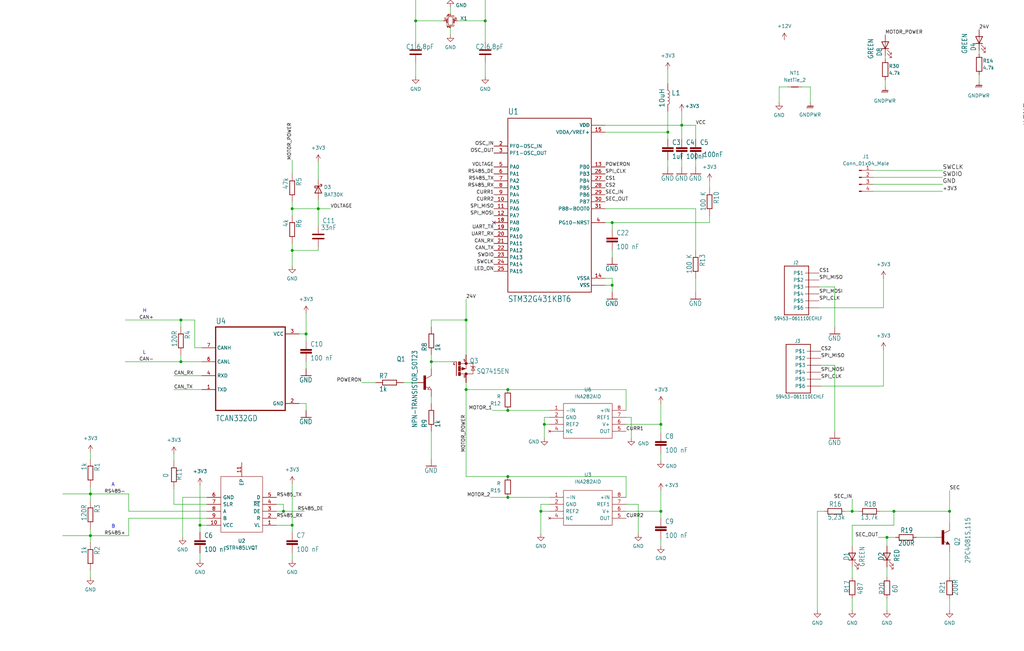
<source format=kicad_sch>
(kicad_sch (version 20210621) (generator eeschema)
  (paper "User" 373.913 237.744)
  (junction (at 33.02 180.34))
  (junction (at 33.02 195.58))
  (junction (at 66.04 116.84))
  (junction (at 66.04 132.08))
  (junction (at 73.025 191.77))
  (junction (at 103.505 186.69))
  (junction (at 106.68 76.2))
  (junction (at 106.68 91.44))
  (junction (at 106.68 191.77))
  (junction (at 111.76 121.92))
  (junction (at 116.205 76.2))
  (junction (at 151.765 7.62))
  (junction (at 157.48 132.08))
  (junction (at 158.75 254.635))
  (junction (at 170.18 116.84))
  (junction (at 170.18 142.24))
  (junction (at 170.18 254.635))
  (junction (at 170.18 262.255))
  (junction (at 177.165 7.62))
  (junction (at 181.61 254.635))
  (junction (at 185.42 142.24))
  (junction (at 185.42 149.86))
  (junction (at 185.42 173.99))
  (junction (at 185.42 181.61))
  (junction (at 189.23 254.635))
  (junction (at 197.485 186.69))
  (junction (at 198.755 154.94))
  (junction (at 220.98 254.635))
  (junction (at 220.98 259.715))
  (junction (at 223.52 81.28))
  (junction (at 223.52 104.14))
  (junction (at 229.87 254.635))
  (junction (at 241.3 154.94))
  (junction (at 241.3 186.69))
  (junction (at 243.84 48.26))
  (junction (at 248.92 45.72))
  (junction (at 311.15 186.69))
  (junction (at 323.85 196.215))
  (junction (at 326.39 186.69))
  (junction (at 346.71 186.69))
  (no_connect (at 180.34 81.28))
  (wire (pts (xy 33.02 167.64) (xy 33.02 165.1)))
  (wire (pts (xy 33.02 180.34) (xy 22.86 180.34)))
  (wire (pts (xy 33.02 180.34) (xy 33.02 177.8)))
  (wire (pts (xy 33.02 180.34) (xy 46.99 180.34)))
  (wire (pts (xy 33.02 182.88) (xy 33.02 180.34)))
  (wire (pts (xy 33.02 195.58) (xy 22.86 195.58)))
  (wire (pts (xy 33.02 195.58) (xy 33.02 193.04)))
  (wire (pts (xy 33.02 195.58) (xy 46.99 195.58)))
  (wire (pts (xy 33.02 198.12) (xy 33.02 195.58)))
  (wire (pts (xy 33.02 210.82) (xy 33.02 208.28)))
  (wire (pts (xy 46.99 186.69) (xy 46.99 180.34)))
  (wire (pts (xy 46.99 186.69) (xy 75.565 186.69)))
  (wire (pts (xy 46.99 189.23) (xy 46.99 195.58)))
  (wire (pts (xy 46.99 189.23) (xy 75.565 189.23)))
  (wire (pts (xy 63.5 165.735) (xy 63.5 168.275)))
  (wire (pts (xy 63.5 178.435) (xy 63.5 184.15)))
  (wire (pts (xy 66.04 116.84) (xy 45.72 116.84)))
  (wire (pts (xy 66.04 116.84) (xy 71.12 116.84)))
  (wire (pts (xy 66.04 119.38) (xy 66.04 116.84)))
  (wire (pts (xy 66.04 129.54) (xy 66.04 132.08)))
  (wire (pts (xy 66.04 132.08) (xy 45.72 132.08)))
  (wire (pts (xy 66.675 181.61) (xy 66.675 196.215)))
  (wire (pts (xy 71.12 127) (xy 71.12 116.84)))
  (wire (pts (xy 73.025 191.77) (xy 73.025 177.165)))
  (wire (pts (xy 73.025 191.77) (xy 75.565 191.77)))
  (wire (pts (xy 73.025 194.31) (xy 73.025 191.77)))
  (wire (pts (xy 73.025 204.47) (xy 73.025 201.93)))
  (wire (pts (xy 73.66 127) (xy 71.12 127)))
  (wire (pts (xy 73.66 132.08) (xy 66.04 132.08)))
  (wire (pts (xy 73.66 137.16) (xy 63.5 137.16)))
  (wire (pts (xy 73.66 142.24) (xy 63.5 142.24)))
  (wire (pts (xy 75.565 181.61) (xy 66.675 181.61)))
  (wire (pts (xy 75.565 184.15) (xy 63.5 184.15)))
  (wire (pts (xy 100.965 184.15) (xy 103.505 184.15)))
  (wire (pts (xy 100.965 191.77) (xy 106.68 191.77)))
  (wire (pts (xy 103.505 184.15) (xy 103.505 186.69)))
  (wire (pts (xy 103.505 186.69) (xy 100.965 186.69)))
  (wire (pts (xy 103.505 186.69) (xy 111.125 186.69)))
  (wire (pts (xy 106.68 63.5) (xy 106.68 58.42)))
  (wire (pts (xy 106.68 73.66) (xy 106.68 76.2)))
  (wire (pts (xy 106.68 76.2) (xy 106.68 78.74)))
  (wire (pts (xy 106.68 76.2) (xy 116.205 76.2)))
  (wire (pts (xy 106.68 91.44) (xy 106.68 88.9)))
  (wire (pts (xy 106.68 91.44) (xy 116.205 91.44)))
  (wire (pts (xy 106.68 97.155) (xy 106.68 91.44)))
  (wire (pts (xy 106.68 176.53) (xy 106.68 191.77)))
  (wire (pts (xy 106.68 194.31) (xy 106.68 191.77)))
  (wire (pts (xy 106.68 204.47) (xy 106.68 201.93)))
  (wire (pts (xy 109.22 121.92) (xy 111.76 121.92)))
  (wire (pts (xy 109.22 147.32) (xy 111.76 147.32)))
  (wire (pts (xy 111.76 121.92) (xy 111.76 114.3)))
  (wire (pts (xy 111.76 124.46) (xy 111.76 121.92)))
  (wire (pts (xy 111.76 134.62) (xy 111.76 132.08)))
  (wire (pts (xy 111.76 147.32) (xy 111.76 149.86)))
  (wire (pts (xy 116.205 59.055) (xy 116.205 65.405)))
  (wire (pts (xy 116.205 73.025) (xy 116.205 76.2)))
  (wire (pts (xy 116.205 76.2) (xy 116.205 82.55)))
  (wire (pts (xy 116.205 76.2) (xy 120.65 76.2)))
  (wire (pts (xy 116.205 90.17) (xy 116.205 91.44)))
  (wire (pts (xy 137.16 139.7) (xy 132.08 139.7)))
  (wire (pts (xy 151.765 -7.62) (xy 151.765 7.62)))
  (wire (pts (xy 151.765 7.62) (xy 151.765 15.24)))
  (wire (pts (xy 151.765 7.62) (xy 161.925 7.62)))
  (wire (pts (xy 151.765 22.86) (xy 151.765 27.94)))
  (wire (pts (xy 151.765 254.635) (xy 158.75 254.635)))
  (wire (pts (xy 152.4 139.7) (xy 147.32 139.7)))
  (wire (pts (xy 157.48 116.84) (xy 170.18 116.84)))
  (wire (pts (xy 157.48 119.38) (xy 157.48 116.84)))
  (wire (pts (xy 157.48 129.54) (xy 157.48 132.08)))
  (wire (pts (xy 157.48 132.08) (xy 157.48 134.62)))
  (wire (pts (xy 157.48 132.08) (xy 165.1 132.08)))
  (wire (pts (xy 157.48 144.78) (xy 157.48 147.32)))
  (wire (pts (xy 157.48 157.48) (xy 157.48 167.64)))
  (wire (pts (xy 158.75 254.635) (xy 158.75 259.715)))
  (wire (pts (xy 158.75 254.635) (xy 170.18 254.635)))
  (wire (pts (xy 158.75 264.795) (xy 158.75 269.875)))
  (wire (pts (xy 164.465 2.54) (xy 164.465 5.08)))
  (wire (pts (xy 164.465 10.16) (xy 164.465 12.7)))
  (wire (pts (xy 167.005 7.62) (xy 177.165 7.62)))
  (wire (pts (xy 170.18 116.84) (xy 170.18 109.22)))
  (wire (pts (xy 170.18 129.54) (xy 170.18 116.84)))
  (wire (pts (xy 170.18 139.7) (xy 170.18 142.24)))
  (wire (pts (xy 170.18 142.24) (xy 170.18 173.99)))
  (wire (pts (xy 170.18 142.24) (xy 185.42 142.24)))
  (wire (pts (xy 170.18 173.99) (xy 185.42 173.99)))
  (wire (pts (xy 170.18 254.635) (xy 170.18 255.905)))
  (wire (pts (xy 170.18 254.635) (xy 172.085 254.635)))
  (wire (pts (xy 170.18 260.985) (xy 170.18 262.255)))
  (wire (pts (xy 170.18 262.255) (xy 170.18 263.525)))
  (wire (pts (xy 170.18 262.255) (xy 189.865 262.255)))
  (wire (pts (xy 170.18 268.605) (xy 170.18 278.13)))
  (wire (pts (xy 177.165 -7.62) (xy 177.165 7.62)))
  (wire (pts (xy 177.165 7.62) (xy 177.165 15.24)))
  (wire (pts (xy 177.165 22.86) (xy 177.165 27.94)))
  (wire (pts (xy 179.07 181.61) (xy 185.42 181.61)))
  (wire (pts (xy 179.705 149.86) (xy 185.42 149.86)))
  (wire (pts (xy 179.705 254.635) (xy 181.61 254.635)))
  (wire (pts (xy 181.61 254.635) (xy 181.61 267.335)))
  (wire (pts (xy 181.61 274.955) (xy 181.61 278.13)))
  (wire (pts (xy 184.785 257.175) (xy 184.785 278.13)))
  (wire (pts (xy 184.785 257.175) (xy 189.865 257.175)))
  (wire (pts (xy 185.42 142.24) (xy 228.6 142.24)))
  (wire (pts (xy 185.42 149.86) (xy 200.66 149.86)))
  (wire (pts (xy 185.42 173.99) (xy 228.6 173.99)))
  (wire (pts (xy 185.42 181.61) (xy 200.66 181.61)))
  (wire (pts (xy 188.595 259.715) (xy 188.595 263.525)))
  (wire (pts (xy 188.595 268.605) (xy 188.595 271.145)))
  (wire (pts (xy 188.595 276.225) (xy 188.595 278.13)))
  (wire (pts (xy 189.23 247.65) (xy 189.23 254.635)))
  (wire (pts (xy 189.23 254.635) (xy 181.61 254.635)))
  (wire (pts (xy 189.865 254.635) (xy 189.23 254.635)))
  (wire (pts (xy 189.865 259.715) (xy 188.595 259.715)))
  (wire (pts (xy 197.485 184.15) (xy 197.485 186.69)))
  (wire (pts (xy 197.485 186.69) (xy 197.485 194.945)))
  (wire (pts (xy 197.485 186.69) (xy 200.66 186.69)))
  (wire (pts (xy 198.755 152.4) (xy 198.755 154.94)))
  (wire (pts (xy 198.755 154.94) (xy 198.755 160.02)))
  (wire (pts (xy 198.755 154.94) (xy 200.66 154.94)))
  (wire (pts (xy 199.39 247.65) (xy 189.23 247.65)))
  (wire (pts (xy 200.66 152.4) (xy 198.755 152.4)))
  (wire (pts (xy 200.66 184.15) (xy 197.485 184.15)))
  (wire (pts (xy 202.565 274.955) (xy 202.565 278.13)))
  (wire (pts (xy 215.265 257.175) (xy 217.17 257.175)))
  (wire (pts (xy 215.265 259.715) (xy 220.98 259.715)))
  (wire (pts (xy 215.265 262.255) (xy 216.535 262.255)))
  (wire (pts (xy 216.535 262.255) (xy 216.535 264.795)))
  (wire (pts (xy 217.17 247.65) (xy 204.47 247.65)))
  (wire (pts (xy 217.17 257.175) (xy 217.17 247.65)))
  (wire (pts (xy 220.98 45.72) (xy 248.92 45.72)))
  (wire (pts (xy 220.98 48.26) (xy 243.84 48.26)))
  (wire (pts (xy 220.98 81.28) (xy 223.52 81.28)))
  (wire (pts (xy 220.98 101.6) (xy 223.52 101.6)))
  (wire (pts (xy 220.98 104.14) (xy 223.52 104.14)))
  (wire (pts (xy 220.98 254.635) (xy 215.265 254.635)))
  (wire (pts (xy 220.98 264.795) (xy 220.98 269.875)))
  (wire (pts (xy 223.52 81.28) (xy 259.08 81.28)))
  (wire (pts (xy 223.52 83.82) (xy 223.52 81.28)))
  (wire (pts (xy 223.52 93.98) (xy 223.52 91.44)))
  (wire (pts (xy 223.52 101.6) (xy 223.52 104.14)))
  (wire (pts (xy 223.52 104.14) (xy 223.52 106.68)))
  (wire (pts (xy 228.6 149.86) (xy 228.6 142.24)))
  (wire (pts (xy 228.6 152.4) (xy 230.505 152.4)))
  (wire (pts (xy 228.6 181.61) (xy 228.6 173.99)))
  (wire (pts (xy 228.6 184.15) (xy 233.045 184.15)))
  (wire (pts (xy 228.6 186.69) (xy 241.3 186.69)))
  (wire (pts (xy 229.87 254.635) (xy 220.98 254.635)))
  (wire (pts (xy 229.87 254.635) (xy 229.87 259.715)))
  (wire (pts (xy 229.87 264.795) (xy 229.87 269.875)))
  (wire (pts (xy 230.505 152.4) (xy 230.505 160.02)))
  (wire (pts (xy 233.045 184.15) (xy 233.045 194.945)))
  (wire (pts (xy 236.22 254.635) (xy 229.87 254.635)))
  (wire (pts (xy 241.3 154.94) (xy 228.6 154.94)))
  (wire (pts (xy 241.3 154.94) (xy 241.3 147.32)))
  (wire (pts (xy 241.3 154.94) (xy 241.3 158.115)))
  (wire (pts (xy 241.3 168.275) (xy 241.3 165.735)))
  (wire (pts (xy 241.3 186.69) (xy 241.3 179.07)))
  (wire (pts (xy 241.3 189.23) (xy 241.3 186.69)))
  (wire (pts (xy 241.3 199.39) (xy 241.3 196.85)))
  (wire (pts (xy 243.84 30.48) (xy 243.84 25.4)))
  (wire (pts (xy 243.84 48.26) (xy 243.84 40.64)))
  (wire (pts (xy 243.84 48.26) (xy 243.84 50.8)))
  (wire (pts (xy 243.84 60.96) (xy 243.84 58.42)))
  (wire (pts (xy 248.92 45.72) (xy 248.92 40.64)))
  (wire (pts (xy 248.92 45.72) (xy 248.92 50.8)))
  (wire (pts (xy 248.92 58.42) (xy 248.92 60.96)))
  (wire (pts (xy 254 45.72) (xy 248.92 45.72)))
  (wire (pts (xy 254 50.8) (xy 254 45.72)))
  (wire (pts (xy 254 60.96) (xy 254 58.42)))
  (wire (pts (xy 254 76.2) (xy 220.98 76.2)))
  (wire (pts (xy 254 91.44) (xy 254 76.2)))
  (wire (pts (xy 254 106.68) (xy 254 101.6)))
  (wire (pts (xy 259.08 66.04) (xy 259.08 68.58)))
  (wire (pts (xy 259.08 78.74) (xy 259.08 81.28)))
  (wire (pts (xy 284.48 31.75) (xy 287.655 31.75)))
  (wire (pts (xy 284.48 37.465) (xy 284.48 31.75)))
  (wire (pts (xy 295.91 31.75) (xy 292.735 31.75)))
  (wire (pts (xy 295.91 37.465) (xy 295.91 31.75)))
  (wire (pts (xy 298.45 186.69) (xy 298.45 222.885)))
  (wire (pts (xy 298.45 186.69) (xy 300.99 186.69)))
  (wire (pts (xy 299.085 104.775) (xy 304.8 104.775)))
  (wire (pts (xy 299.72 133.35) (xy 304.8 133.35)))
  (wire (pts (xy 299.72 140.97) (xy 322.58 140.97)))
  (wire (pts (xy 304.8 104.775) (xy 304.8 119.38)))
  (wire (pts (xy 304.8 133.35) (xy 304.8 157.48)))
  (wire (pts (xy 308.61 186.69) (xy 311.15 186.69)))
  (wire (pts (xy 311.15 182.245) (xy 311.15 186.69)))
  (wire (pts (xy 311.15 186.69) (xy 313.69 186.69)))
  (wire (pts (xy 311.15 191.77) (xy 326.39 191.77)))
  (wire (pts (xy 311.15 199.39) (xy 311.15 191.77)))
  (wire (pts (xy 311.15 207.01) (xy 311.15 210.82)))
  (wire (pts (xy 311.15 218.44) (xy 311.15 222.885)))
  (wire (pts (xy 318.77 62.23) (xy 344.17 62.23)))
  (wire (pts (xy 318.77 64.77) (xy 344.17 64.77)))
  (wire (pts (xy 318.77 67.31) (xy 344.17 67.31)))
  (wire (pts (xy 318.77 69.85) (xy 344.17 69.85)))
  (wire (pts (xy 320.675 196.215) (xy 323.85 196.215)))
  (wire (pts (xy 321.31 186.69) (xy 326.39 186.69)))
  (wire (pts (xy 322.58 101.6) (xy 322.58 112.395)))
  (wire (pts (xy 322.58 112.395) (xy 299.085 112.395)))
  (wire (pts (xy 322.58 127.635) (xy 322.58 140.97)))
  (wire (pts (xy 323.215 20.32) (xy 323.215 21.59)))
  (wire (pts (xy 323.215 29.21) (xy 323.215 31.75)))
  (wire (pts (xy 323.85 196.215) (xy 323.85 199.39)))
  (wire (pts (xy 323.85 196.215) (xy 327.025 196.215)))
  (wire (pts (xy 323.85 207.01) (xy 323.85 210.82)))
  (wire (pts (xy 323.85 218.44) (xy 323.85 222.885)))
  (wire (pts (xy 326.39 186.69) (xy 346.71 186.69)))
  (wire (pts (xy 326.39 191.77) (xy 326.39 186.69)))
  (wire (pts (xy 334.645 196.215) (xy 341.63 196.215)))
  (wire (pts (xy 346.71 179.07) (xy 346.71 186.69)))
  (wire (pts (xy 346.71 186.69) (xy 346.71 191.135)))
  (wire (pts (xy 346.71 201.295) (xy 346.71 210.82)))
  (wire (pts (xy 346.71 218.44) (xy 346.71 222.885)))
  (wire (pts (xy 357.505 18.415) (xy 357.505 19.685)))
  (wire (pts (xy 357.505 27.305) (xy 357.505 29.845)))
  (wire (pts (xy 381.635 18.415) (xy 381.635 19.685)))
  (wire (pts (xy 381.635 27.305) (xy 381.635 29.845)))
  (wire (pts (xy 400.685 8.255) (xy 400.685 11.43)))
  (wire (pts (xy 400.685 19.05) (xy 400.685 20.32)))
  (wire (pts (xy 400.685 27.94) (xy 400.685 30.48)))
  (text "A" (at 40.64 177.8 0) (effects (font (size 1.27 1.27)) (justify left bottom)))
  (text "B" (at 40.64 193.04 0) (effects (font (size 1.27 1.27)) (justify left bottom)))
  (text "H" (at 52.07 114.3 0) (effects (font (size 1.27 1.27)) (justify left bottom)))
  (text "L" (at 52.07 129.54 0) (effects (font (size 1.27 1.27)) (justify left bottom)))
  (text "R201 ZAMIENIĆ NA \n2 SZTUKI \nRES SMD 4.7K OHM 5% \n1/2W 0805" (at 373.38 45.72 0) (effects (font (size 1.27 1.27)) (justify left bottom)))
  (label "RS485-" (at 38.1 180.34 0) (effects (font (size 1.2446 1.2446))))
  (label "RS485+" (at 38.1 195.58 0) (effects (font (size 1.2446 1.2446))))
  (label "CAN+" (at 50.8 116.84 0) (effects (font (size 1.2446 1.2446))))
  (label "CAN-" (at 50.8 132.08 0) (effects (font (size 1.2446 1.2446))))
  (label "CAN_RX" (at 63.5 137.16 0) (effects (font (size 1.2446 1.2446))))
  (label "CAN_TX" (at 63.5 142.24 0) (effects (font (size 1.2446 1.2446))))
  (label "RS485_TX" (at 100.965 181.61 0) (effects (font (size 1.2446 1.2446))))
  (label "RS485_RX" (at 100.965 189.23 0) (effects (font (size 1.2446 1.2446))))
  (label "MOTOR_POWER" (at 106.68 58.42 90) (effects (font (size 1.2446 1.2446))))
  (label "RS485_DE" (at 108.585 186.69 0) (effects (font (size 1.2446 1.2446))))
  (label "VOLTAGE" (at 120.65 76.2 0) (effects (font (size 1.2446 1.2446))))
  (label "POWERON" (at 132.08 139.7 180) (effects (font (size 1.2446 1.2446))))
  (label "OSC_IN" (at 151.765 -7.62 90))
  (label "24V" (at 170.18 109.22 0) (effects (font (size 1.2446 1.2446))))
  (label "MOTOR_POWER" (at 170.18 165.1 90) (effects (font (size 1.2446 1.2446))))
  (label "OSC_OUT" (at 177.165 -7.62 90))
  (label "MOTOR_2" (at 179.07 181.61 180) (effects (font (size 1.2446 1.2446))))
  (label "MOTOR_1" (at 179.705 149.86 180) (effects (font (size 1.2446 1.2446))))
  (label "OSC_IN" (at 180.34 53.34 180))
  (label "OSC_OUT" (at 180.34 55.88 180))
  (label "VOLTAGE" (at 180.34 60.96 180) (effects (font (size 1.2446 1.2446))))
  (label "RS485_DE" (at 180.34 63.5 180) (effects (font (size 1.2446 1.2446))))
  (label "RS485_TX" (at 180.34 66.04 180) (effects (font (size 1.2446 1.2446))))
  (label "RS485_RX" (at 180.34 68.58 180) (effects (font (size 1.2446 1.2446))))
  (label "CURR1" (at 180.34 71.12 180) (effects (font (size 1.2446 1.2446))))
  (label "CURR2" (at 180.34 73.66 180) (effects (font (size 1.2446 1.2446))))
  (label "SPI_MISO" (at 180.34 76.2 180) (effects (font (size 1.2446 1.2446))))
  (label "SPI_MOSI" (at 180.34 78.74 180) (effects (font (size 1.2446 1.2446))))
  (label "UART_TX" (at 180.34 83.82 180))
  (label "UART_RX" (at 180.34 86.36 180))
  (label "CAN_RX" (at 180.34 88.9 180) (effects (font (size 1.2446 1.2446))))
  (label "CAN_TX" (at 180.34 91.44 180) (effects (font (size 1.2446 1.2446))))
  (label "SWDIO" (at 180.34 93.98 180) (effects (font (size 1.2446 1.2446))))
  (label "SWCLK" (at 180.34 96.52 180) (effects (font (size 1.2446 1.2446))))
  (label "LED_ON" (at 180.34 99.06 180))
  (label "POWERON" (at 220.98 60.96 0) (effects (font (size 1.2446 1.2446))))
  (label "SPI_CLK" (at 220.98 63.5 0) (effects (font (size 1.2446 1.2446))))
  (label "CS1" (at 220.98 66.04 0) (effects (font (size 1.2446 1.2446))))
  (label "CS2" (at 220.98 68.58 0) (effects (font (size 1.2446 1.2446))))
  (label "SEC_IN" (at 220.98 71.12 0))
  (label "SEC_OUT" (at 220.98 73.66 0))
  (label "CURR1" (at 228.6 157.48 0) (effects (font (size 1.2446 1.2446))))
  (label "CURR2" (at 228.6 189.23 0) (effects (font (size 1.2446 1.2446))))
  (label "VCC" (at 254 45.72 0) (effects (font (size 1.2446 1.2446))))
  (label "CS1" (at 299.085 99.695 0) (effects (font (size 1.2446 1.2446))))
  (label "SPI_MISO" (at 299.085 102.235 0) (effects (font (size 1.2446 1.2446))))
  (label "SPI_MOSI" (at 299.085 107.315 0) (effects (font (size 1.2446 1.2446))))
  (label "SPI_CLK" (at 299.085 109.855 0) (effects (font (size 1.2446 1.2446))))
  (label "CS2" (at 299.72 128.27 0) (effects (font (size 1.2446 1.2446))))
  (label "SPI_MISO" (at 299.72 130.81 0) (effects (font (size 1.2446 1.2446))))
  (label "SPI_MOSI" (at 299.72 135.89 0) (effects (font (size 1.2446 1.2446))))
  (label "SPI_CLK" (at 299.72 138.43 0) (effects (font (size 1.2446 1.2446))))
  (label "SEC_IN" (at 311.15 182.245 180))
  (label "SEC_OUT" (at 320.675 196.215 180))
  (label "MOTOR_POWER" (at 323.215 12.7 0) (effects (font (size 1.2446 1.2446))))
  (label "SWCLK" (at 344.17 62.23 0) (effects (font (size 1.5113 1.5113))))
  (label "SWDIO" (at 344.17 64.77 0) (effects (font (size 1.5113 1.5113))))
  (label "GND" (at 344.17 67.31 0) (effects (font (size 1.5113 1.5113))))
  (label "+3V3" (at 344.17 69.85 0))
  (label "SEC" (at 346.71 179.07 0))
  (label "24V" (at 357.505 10.795 0) (effects (font (size 1.2446 1.2446))))
  (label "LED_ON" (at 400.685 8.255 0))
  (symbol (lib_id "power:+3.3V") (at 33.02 165.1 0) (unit 1)
    (property "Reference" "#PWR0111" (effects hide))
    (property "Value" "+3.3V" (at 33.02 160.02 0))
  )
  (symbol (lib_id "power:+3.3V") (at 63.5 165.735 0) (unit 1)
    (property "Reference" "#PWR0120" (effects hide))
    (property "Value" "+3.3V" (at 63.5 160.655 0))
  )
  (symbol (lib_id "power:+3.3V") (at 73.025 177.165 0) (unit 1)
    (property "Reference" "#PWR0106" (effects hide))
    (property "Value" "+3.3V" (at 73.025 172.085 0))
  )
  (symbol (lib_id "power:+3.3V") (at 106.68 176.53 0) (unit 1)
    (property "Reference" "#PWR0117" (effects hide))
    (property "Value" "+3.3V" (at 106.68 171.45 0))
  )
  (symbol (lib_id "power:+3.3V") (at 111.76 114.3 0) (unit 1)
    (property "Reference" "#PWR0105" (effects hide))
    (property "Value" "+3.3V" (at 111.76 109.22 0))
  )
  (symbol (lib_id "power:+3.3V") (at 116.205 59.055 0) (unit 1)
    (property "Reference" "#PWR07" (effects hide))
    (property "Value" "+3.3V" (at 116.205 53.975 0))
  )
  (symbol (lib_id "power:+3.3V") (at 151.765 254.635 0) (unit 1)
    (property "Reference" "#PWR0126" (effects hide))
    (property "Value" "+3.3V" (at 151.765 249.555 0))
  )
  (symbol (lib_id "power:+12V") (at 236.22 254.635 0) (mirror y) (unit 1)
    (property "Reference" "#PWR0133" (effects hide))
    (property "Value" "+12V" (at 236.22 248.92 0))
  )
  (symbol (lib_id "power:+3.3V") (at 241.3 147.32 0) (unit 1)
    (property "Reference" "#PWR02" (effects hide))
    (property "Value" "+3.3V" (at 241.3 142.24 0))
  )
  (symbol (lib_id "power:+3.3V") (at 241.3 179.07 0) (unit 1)
    (property "Reference" "#PWR04" (effects hide))
    (property "Value" "+3.3V" (at 245.11 177.165 0))
  )
  (symbol (lib_id "power:+3.3V") (at 243.84 25.4 0) (unit 1)
    (property "Reference" "#PWR0107" (effects hide))
    (property "Value" "+3.3V" (at 243.84 20.32 0))
  )
  (symbol (lib_id "power:+3.3V") (at 248.92 40.64 0) (unit 1)
    (property "Reference" "#PWR0108" (effects hide))
    (property "Value" "+3.3V" (at 252.73 38.735 0))
  )
  (symbol (lib_id "power:+3.3V") (at 259.08 66.04 0) (unit 1)
    (property "Reference" "#PWR01" (effects hide))
    (property "Value" "+3.3V" (at 259.08 60.96 0))
  )
  (symbol (lib_id "power:+12V") (at 286.385 14.605 0) (unit 1)
    (property "Reference" "#PWR0122" (effects hide))
    (property "Value" "+12V" (at 286.385 9.525 0))
  )
  (symbol (lib_id "power:+3.3V") (at 322.58 101.6 0) (unit 1)
    (property "Reference" "#PWR0110" (effects hide))
    (property "Value" "+3.3V" (at 322.58 96.52 0))
  )
  (symbol (lib_id "power:+3.3V") (at 322.58 127.635 0) (unit 1)
    (property "Reference" "#PWR0109" (effects hide))
    (property "Value" "+3.3V" (at 322.58 122.555 0))
  )
  (symbol (lib_id "power:+3.3V") (at 381.635 10.795 0) (unit 1)
    (property "Reference" "#PWR0125" (effects hide))
    (property "Value" "+3.3V" (at 381.635 5.715 0))
  )
  (symbol (lib_id "Device:NetTie_2") (at 290.195 31.75 0) (unit 1)
    (property "Reference" "NT1" (at 290.195 26.67 0))
    (property "Value" "NetTie_2" (at 290.195 29.21 0))
    (property "Footprint" "footprints:NetTie-2_SMD_Pad0.5mm" (effects hide))
  )
  (symbol (lib_id "power:GNDPWR") (at 295.91 37.465 0) (unit 1)
    (property "Reference" "#PWR09" (effects hide))
    (property "Value" "GNDPWR" (at 295.783 41.91 0))
  )
  (symbol (lib_id "power:GNDPWR") (at 323.215 31.75 0) (unit 1)
    (property "Reference" "#PWR011" (effects hide))
    (property "Value" "GNDPWR" (at 323.088 36.83 0))
  )
  (symbol (lib_id "power:GNDPWR") (at 357.505 29.845 0) (unit 1)
    (property "Reference" "#PWR010" (effects hide))
    (property "Value" "GNDPWR" (at 357.378 34.925 0))
  )
  (symbol (lib_id "power:GND") (at 33.02 210.82 0) (unit 1)
    (property "Reference" "#PWR0121" (effects hide))
    (property "Value" "GND" (at 33.02 215.265 0))
  )
  (symbol (lib_id "power:GND") (at 66.675 196.215 0) (unit 1)
    (property "Reference" "#PWR0116" (effects hide))
    (property "Value" "GND" (at 66.675 200.66 0))
  )
  (symbol (lib_id "power:GND") (at 73.025 204.47 0) (unit 1)
    (property "Reference" "#PWR0119" (effects hide))
    (property "Value" "GND" (at 73.025 208.915 0))
  )
  (symbol (lib_id "power:GND") (at 106.68 97.155 0) (unit 1)
    (property "Reference" "#PWR06" (effects hide))
    (property "Value" "GND" (at 106.68 101.7176 0))
  )
  (symbol (lib_id "power:GND") (at 106.68 204.47 0) (unit 1)
    (property "Reference" "#PWR0118" (effects hide))
    (property "Value" "GND" (at 106.68 208.915 0))
  )
  (symbol (lib_id "power:GND") (at 151.765 27.94 0) (unit 1)
    (property "Reference" "#PWR012" (effects hide))
    (property "Value" "GND" (at 151.765 32.5026 0))
  )
  (symbol (lib_id "power:GND") (at 158.75 269.875 0) (mirror y) (unit 1)
    (property "Reference" "#PWR0130" (effects hide))
    (property "Value" "GND" (at 158.75 274.32 0))
  )
  (symbol (lib_id "power:GND") (at 164.465 2.54 180) (unit 1)
    (property "Reference" "#PWR013" (effects hide))
    (property "Value" "GND" (at 166.3701 1.9395 0) (effects (justify right)))
  )
  (symbol (lib_id "power:GND") (at 164.465 12.7 0) (unit 1)
    (property "Reference" "#PWR014" (effects hide))
    (property "Value" "GND" (at 164.465 17.2626 0))
  )
  (symbol (lib_id "power:GND") (at 170.18 278.13 0) (mirror y) (unit 1)
    (property "Reference" "#PWR0129" (effects hide))
    (property "Value" "GND" (at 170.18 282.575 0))
  )
  (symbol (lib_id "power:GND") (at 177.165 27.94 0) (unit 1)
    (property "Reference" "#PWR015" (effects hide))
    (property "Value" "GND" (at 177.165 32.5026 0))
  )
  (symbol (lib_id "power:GND") (at 181.61 278.13 0) (mirror y) (unit 1)
    (property "Reference" "#PWR0128" (effects hide))
    (property "Value" "GND" (at 181.61 282.575 0))
  )
  (symbol (lib_id "power:GND") (at 184.785 278.13 0) (mirror y) (unit 1)
    (property "Reference" "#PWR0127" (effects hide))
    (property "Value" "GND" (at 184.785 282.575 0))
  )
  (symbol (lib_id "power:GND") (at 188.595 278.13 0) (mirror y) (unit 1)
    (property "Reference" "#PWR0131" (effects hide))
    (property "Value" "GND" (at 188.595 282.575 0))
  )
  (symbol (lib_id "power:GND") (at 197.485 194.945 0) (unit 1)
    (property "Reference" "#PWR0113" (effects hide))
    (property "Value" "GND" (at 197.485 199.39 0))
  )
  (symbol (lib_id "power:GND") (at 198.755 160.02 0) (unit 1)
    (property "Reference" "#PWR0115" (effects hide))
    (property "Value" "GND" (at 194.945 161.29 0))
  )
  (symbol (lib_id "power:GND") (at 202.565 278.13 0) (mirror y) (unit 1)
    (property "Reference" "#PWR0132" (effects hide))
    (property "Value" "GND" (at 202.565 282.575 0))
  )
  (symbol (lib_id "power:GND") (at 216.535 269.875 0) (mirror y) (unit 1)
    (property "Reference" "#PWR0134" (effects hide))
    (property "Value" "GND" (at 216.535 274.32 0))
  )
  (symbol (lib_id "power:GND") (at 220.98 269.875 0) (mirror y) (unit 1)
    (property "Reference" "#PWR0135" (effects hide))
    (property "Value" "GND" (at 220.98 274.32 0))
  )
  (symbol (lib_id "power:GND") (at 229.87 269.875 0) (mirror y) (unit 1)
    (property "Reference" "#PWR0136" (effects hide))
    (property "Value" "GND" (at 229.87 274.32 0))
  )
  (symbol (lib_id "power:GND") (at 230.505 160.02 0) (unit 1)
    (property "Reference" "#PWR0112" (effects hide))
    (property "Value" "GND" (at 234.95 161.925 0))
  )
  (symbol (lib_id "power:GND") (at 233.045 194.945 0) (unit 1)
    (property "Reference" "#PWR0114" (effects hide))
    (property "Value" "GND" (at 233.045 199.39 0))
  )
  (symbol (lib_id "power:GND") (at 241.3 168.275 0) (unit 1)
    (property "Reference" "#PWR03" (effects hide))
    (property "Value" "GND" (at 245.11 170.18 0))
  )
  (symbol (lib_id "power:GND") (at 241.3 199.39 0) (unit 1)
    (property "Reference" "#PWR05" (effects hide))
    (property "Value" "GND" (at 241.3 203.835 0))
  )
  (symbol (lib_id "power:GND") (at 284.48 37.465 0) (unit 1)
    (property "Reference" "#PWR08" (effects hide))
    (property "Value" "GND" (at 284.48 42.0276 0))
  )
  (symbol (lib_id "power:GND") (at 298.45 222.885 0) (unit 1)
    (property "Reference" "#PWR0103" (effects hide))
    (property "Value" "GND" (at 298.45 227.4476 0))
  )
  (symbol (lib_id "power:GND") (at 311.15 222.885 0) (unit 1)
    (property "Reference" "#PWR0101" (effects hide))
    (property "Value" "GND" (at 311.15 227.4476 0))
  )
  (symbol (lib_id "power:GND") (at 323.85 222.885 0) (unit 1)
    (property "Reference" "#PWR0102" (effects hide))
    (property "Value" "GND" (at 323.85 227.4476 0))
  )
  (symbol (lib_id "power:GND") (at 346.71 222.885 0) (unit 1)
    (property "Reference" "#PWR0104" (effects hide))
    (property "Value" "GND" (at 346.71 227.4476 0))
  )
  (symbol (lib_id "power:GND") (at 381.635 29.845 0) (unit 1)
    (property "Reference" "#PWR0124" (effects hide))
    (property "Value" "GND" (at 381.635 34.4076 0))
  )
  (symbol (lib_id "power:GND") (at 400.685 30.48 0) (unit 1)
    (property "Reference" "#PWR0123" (effects hide))
    (property "Value" "GND" (at 400.685 35.0426 0))
  )
  (symbol (lib_id "Device:L") (at 175.895 254.635 90) (unit 1)
    (property "Reference" "L2" (at 175.895 248.92 90))
    (property "Value" "33uH, 3A" (at 175.895 251.46 90))
    (property "Footprint" "GRIPPER_TWO_ADVANCED_CONTROL_BOARD:MPEV1D1040L330" (effects hide))
    (property "Field4" "https://www.digikey.com/en/products/detail/w%C3%BCrth-elektronik/744773118/1638662" (effects hide))
  )
  (symbol (lib_id "Device:R_Small") (at 170.18 258.445 0) (unit 1)
    (property "Reference" "R24" (at 165.1 257.1749 0) (effects (justify left)))
    (property "Value" "1,3k" (at 165.1 259.7149 0) (effects (justify left)))
    (property "Footprint" "footprints:R_0603_1608Metric_Pad0.98x0.95mm_HandSolder" (effects hide))
  )
  (symbol (lib_id "Device:R_Small") (at 170.18 266.065 0) (unit 1)
    (property "Reference" "R25" (at 166.37 264.7949 0) (effects (justify left)))
    (property "Value" "0,56k" (at 163.83 267.3349 0) (effects (justify left)))
    (property "Footprint" "footprints:R_0603_1608Metric_Pad0.98x0.95mm_HandSolder" (effects hide))
  )
  (symbol (lib_id "Device:R_Small") (at 188.595 273.685 180) (unit 1)
    (property "Reference" "R26" (at 192.405 274.9551 0) (effects (justify left)))
    (property "Value" "0,75k" (at 194.945 272.4151 0) (effects (justify left)))
    (property "Footprint" "footprints:R_0603_1608Metric_Pad0.98x0.95mm_HandSolder" (effects hide))
  )
  (symbol (lib_id "Device:R_Small") (at 216.535 267.335 0) (unit 1)
    (property "Reference" "R27" (at 212.725 266.0649 0) (effects (justify left)))
    (property "Value" "47k" (at 212.09 268.6049 0) (effects (justify left)))
    (property "Footprint" "footprints:R_0603_1608Metric_Pad0.98x0.95mm_HandSolder" (effects hide))
  )
  (symbol (lib_id "Device:R_Small") (at 220.98 257.175 0) (unit 1)
    (property "Reference" "R28" (at 222.885 255.9049 0) (effects (justify left)))
    (property "Value" "73,2k" (at 222.885 258.4449 0) (effects (justify left)))
    (property "Footprint" "footprints:R_0603_1608Metric_Pad0.98x0.95mm_HandSolder" (effects hide))
  )
  (symbol (lib_id "Device:R_Small") (at 220.98 262.255 0) (unit 1)
    (property "Reference" "R29" (at 222.885 260.9849 0) (effects (justify left)))
    (property "Value" "20k" (at 222.885 263.5249 0) (effects (justify left)))
    (property "Footprint" "footprints:R_0603_1608Metric_Pad0.98x0.95mm_HandSolder" (effects hide))
  )
  (symbol (lib_id "Gripper FeeTech-eagle-import:GND") (at 111.76 137.16 0) (unit 1)
    (property "Reference" "#GND017" (effects hide))
    (property "Value" "GND" (at 109.22 139.7 0) (effects (font (size 1.778 1.5113)) (justify left bottom)))
  )
  (symbol (lib_id "Gripper FeeTech-eagle-import:GND") (at 111.76 152.4 0) (unit 1)
    (property "Reference" "#GND016" (effects hide))
    (property "Value" "GND" (at 109.22 154.94 0) (effects (font (size 1.778 1.5113)) (justify left bottom)))
  )
  (symbol (lib_id "Gripper FeeTech-eagle-import:GND") (at 157.48 170.18 0) (unit 1)
    (property "Reference" "#GND028" (effects hide))
    (property "Value" "GND" (at 154.94 172.72 0) (effects (font (size 1.778 1.5113)) (justify left bottom)))
  )
  (symbol (lib_id "Gripper FeeTech-eagle-import:GND") (at 223.52 96.52 0) (unit 1)
    (property "Reference" "#GND027" (effects hide))
    (property "Value" "GND" (at 220.98 99.06 0) (effects (font (size 1.778 1.5113)) (justify left bottom)))
  )
  (symbol (lib_id "Gripper FeeTech-eagle-import:GND") (at 223.52 109.22 0) (unit 1)
    (property "Reference" "#GND02" (effects hide))
    (property "Value" "GND" (at 220.98 111.76 0) (effects (font (size 1.778 1.5113)) (justify left bottom)))
  )
  (symbol (lib_id "Gripper FeeTech-eagle-import:GND") (at 243.84 63.5 0) (unit 1)
    (property "Reference" "#GND04" (effects hide))
    (property "Value" "GND" (at 241.3 66.04 0) (effects (font (size 1.778 1.5113)) (justify left bottom)))
  )
  (symbol (lib_id "Gripper FeeTech-eagle-import:GND") (at 248.92 63.5 0) (unit 1)
    (property "Reference" "#GND06" (effects hide))
    (property "Value" "GND" (at 246.38 66.04 0) (effects (font (size 1.778 1.5113)) (justify left bottom)))
  )
  (symbol (lib_id "Gripper FeeTech-eagle-import:GND") (at 254 63.5 0) (unit 1)
    (property "Reference" "#GND07" (effects hide))
    (property "Value" "GND" (at 251.46 66.04 0) (effects (font (size 1.778 1.5113)) (justify left bottom)))
  )
  (symbol (lib_id "Gripper FeeTech-eagle-import:GND") (at 254 109.22 0) (unit 1)
    (property "Reference" "#GND043" (effects hide))
    (property "Value" "GND" (at 251.46 111.76 0) (effects (font (size 1.778 1.5113)) (justify left bottom)))
  )
  (symbol (lib_id "Gripper FeeTech-eagle-import:GND") (at 304.8 121.92 0) (unit 1)
    (property "Reference" "#GND020" (effects hide))
    (property "Value" "GND" (at 302.26 124.46 0) (effects (font (size 1.778 1.5113)) (justify left bottom)))
  )
  (symbol (lib_id "Gripper FeeTech-eagle-import:GND") (at 304.8 160.02 0) (unit 1)
    (property "Reference" "#GND021" (effects hide))
    (property "Value" "GND" (at 302.26 162.56 0) (effects (font (size 1.778 1.5113)) (justify left bottom)))
  )
  (symbol (lib_id "Gripper FeeTech-eagle-import:INDUCTOR-0603-33NH") (at 243.84 35.56 0) (unit 1)
    (property "Reference" "L1" (at 245.11 34.925 0) (effects (font (size 1.778 1.778)) (justify left bottom)))
    (property "Value" "10uH" (at 240.665 39.37 90) (effects (font (size 1.778 1.778)) (justify left top)))
    (property "Footprint" "Gripper FeeTech:0603" (effects hide))
  )
  (symbol (lib_id "Device:C_Small") (at 158.75 262.255 0) (mirror y) (unit 1)
    (property "Reference" "C12" (at 163.195 259.7149 0) (effects (justify left)))
    (property "Value" "100uF 6,3V" (at 154.305 268.6049 90) (effects (justify left)))
    (property "Footprint" "footprints:C_1206_3216Metric_Pad1.33x1.80mm_HandSolder" (effects hide))
  )
  (symbol (lib_id "Device:C_Small") (at 188.595 266.065 0) (mirror y) (unit 1)
    (property "Reference" "C13" (at 189.865 265.4299 90) (effects (justify left)))
    (property "Value" "6800pF" (at 191.77 271.1449 90) (effects (justify left)))
    (property "Footprint" "footprints:C_0603_1608Metric_Pad1.08x0.95mm_HandSolder" (effects hide))
  )
  (symbol (lib_id "Device:C_Small") (at 201.93 247.65 90) (mirror x) (unit 1)
    (property "Reference" "C14" (at 200.6599 243.84 90) (effects (justify left)))
    (property "Value" "0,1uF" (at 207.0099 243.84 90) (effects (justify left)))
    (property "Footprint" "footprints:C_0603_1608Metric_Pad1.08x0.95mm_HandSolder" (effects hide))
  )
  (symbol (lib_id "Device:C_Small") (at 229.87 262.255 0) (mirror y) (unit 1)
    (property "Reference" "C15" (at 234.315 259.7149 0) (effects (justify left)))
    (property "Value" "10uF 25V" (at 236.22 267.3349 90) (effects (justify left)))
    (property "Footprint" "footprints:C_0603_1608Metric_Pad1.08x0.95mm_HandSolder" (effects hide))
  )
  (symbol (lib_id "Device:R") (at 185.42 146.05 180) (unit 1)
    (property "Reference" "R12" (at 182.88 147.3201 0) (effects (justify left)))
    (property "Value" "R" (at 182.88 144.7801 0) (effects (justify left)))
    (property "Footprint" "footprints:R_2512_6332Metric_Pad1.40x3.35mm_HandSolder" (effects hide))
  )
  (symbol (lib_id "Device:R") (at 185.42 177.8 180) (unit 1)
    (property "Reference" "R15" (at 182.88 179.0701 0) (effects (justify left)))
    (property "Value" "R" (at 182.88 176.5301 0) (effects (justify left)))
    (property "Footprint" "footprints:R_2512_6332Metric_Pad1.40x3.35mm_HandSolder" (effects hide))
  )
  (symbol (lib_id "Device:R") (at 304.8 186.69 90) (unit 1)
    (property "Reference" "R16" (at 307.34 183.1086 90) (effects (font (size 1.778 1.5113)) (justify left bottom)))
    (property "Value" "5,23k" (at 308.61 187.833 90) (effects (font (size 1.778 1.5113)) (justify left bottom)))
    (property "Footprint" "footprints:R_0603_1608Metric_Pad0.98x0.95mm_HandSolder" (effects hide))
  )
  (symbol (lib_id "Device:R") (at 311.15 214.63 0) (unit 1)
    (property "Reference" "R17" (at 310.2864 216.535 90) (effects (font (size 1.778 1.5113)) (justify left bottom)))
    (property "Value" "487" (at 315.087 217.17 90) (effects (font (size 1.778 1.5113)) (justify left bottom)))
    (property "Footprint" "footprints:R_0603_1608Metric_Pad0.98x0.95mm_HandSolder" (effects hide))
  )
  (symbol (lib_id "Device:R") (at 317.5 186.69 90) (unit 1)
    (property "Reference" "R18" (at 320.04 183.1086 90) (effects (font (size 1.778 1.5113)) (justify left bottom)))
    (property "Value" "13,7k" (at 320.675 187.833 90) (effects (font (size 1.778 1.5113)) (justify left bottom)))
    (property "Footprint" "footprints:R_0603_1608Metric_Pad0.98x0.95mm_HandSolder" (effects hide))
  )
  (symbol (lib_id "Device:R") (at 323.215 25.4 180) (unit 1)
    (property "Reference" "R30" (at 324.485 24.1299 0) (effects (justify right)))
    (property "Value" "4.7k" (at 324.485 26.6699 0) (effects (justify right)))
    (property "Footprint" "footprints:R_0805_2012Metric_Pad1.20x1.40mm_HandSolder" (effects hide))
  )
  (symbol (lib_id "Device:R") (at 323.85 214.63 0) (unit 1)
    (property "Reference" "R20" (at 322.9864 217.17 90) (effects (font (size 1.778 1.5113)) (justify left bottom)))
    (property "Value" "60" (at 327.787 216.535 90) (effects (font (size 1.778 1.5113)) (justify left bottom)))
    (property "Footprint" "footprints:R_0603_1608Metric_Pad0.98x0.95mm_HandSolder" (effects hide))
  )
  (symbol (lib_id "Device:R") (at 330.835 196.215 90) (unit 1)
    (property "Reference" "R19" (at 333.375 192.6336 90) (effects (font (size 1.778 1.5113)) (justify left bottom)))
    (property "Value" "200R" (at 334.01 197.358 90) (effects (font (size 1.778 1.5113)) (justify left bottom)))
    (property "Footprint" "footprints:R_0603_1608Metric_Pad0.98x0.95mm_HandSolder" (effects hide))
  )
  (symbol (lib_id "Device:R") (at 346.71 214.63 180) (unit 1)
    (property "Reference" "R21" (at 343.1286 212.09 90) (effects (font (size 1.778 1.5113)) (justify left bottom)))
    (property "Value" "200R" (at 347.853 211.455 90) (effects (font (size 1.778 1.5113)) (justify left bottom)))
    (property "Footprint" "footprints:R_0603_1608Metric_Pad0.98x0.95mm_HandSolder" (effects hide))
  )
  (symbol (lib_id "Device:R") (at 357.505 23.495 180) (unit 1)
    (property "Reference" "R14" (at 358.775 22.2249 0) (effects (justify right)))
    (property "Value" "4.7k" (at 358.775 24.7649 0) (effects (justify right)))
    (property "Footprint" "footprints:R_0805_2012Metric_Pad1.20x1.40mm_HandSolder" (effects hide))
  )
  (symbol (lib_id "Device:R") (at 381.635 23.495 180) (unit 1)
    (property "Reference" "R22" (at 382.905 22.2249 0) (effects (justify right)))
    (property "Value" "4.5k" (at 382.905 24.7649 0) (effects (justify right)))
    (property "Footprint" "footprints:R_0603_1608Metric_Pad0.98x0.95mm_HandSolder" (effects hide))
  )
  (symbol (lib_id "Device:R") (at 400.685 24.13 180) (unit 1)
    (property "Reference" "R23" (at 401.955 22.8599 0) (effects (justify right)))
    (property "Value" "4.5k" (at 401.955 25.3999 0) (effects (justify right)))
    (property "Footprint" "footprints:R_0603_1608Metric_Pad0.98x0.95mm_HandSolder" (effects hide))
  )
  (symbol (lib_id "Gripper FeeTech-eagle-import:R-EU_R0402") (at 33.02 172.72 270) (unit 1)
    (property "Reference" "R1" (at 34.5186 168.91 0) (effects (font (size 1.778 1.5113)) (justify left bottom)))
    (property "Value" "1k" (at 29.718 168.91 0) (effects (font (size 1.778 1.5113)) (justify left bottom)))
    (property "Footprint" "footprints:R_0603_1608Metric_Pad0.98x0.95mm_HandSolder" (effects hide))
  )
  (symbol (lib_id "Gripper FeeTech-eagle-import:R-EU_R0402") (at 33.02 187.96 270) (unit 1)
    (property "Reference" "R3" (at 34.5186 184.15 0) (effects (font (size 1.778 1.5113)) (justify left bottom)))
    (property "Value" "120R" (at 29.718 184.15 0) (effects (font (size 1.778 1.5113)) (justify left bottom)))
    (property "Footprint" "footprints:R_0603_1608Metric_Pad0.98x0.95mm_HandSolder" (effects hide))
  )
  (symbol (lib_id "Gripper FeeTech-eagle-import:R-EU_R0402") (at 33.02 203.2 270) (unit 1)
    (property "Reference" "R2" (at 34.5186 199.39 0) (effects (font (size 1.778 1.5113)) (justify left bottom)))
    (property "Value" "1k" (at 29.718 199.39 0) (effects (font (size 1.778 1.5113)) (justify left bottom)))
    (property "Footprint" "footprints:R_0603_1608Metric_Pad0.98x0.95mm_HandSolder" (effects hide))
  )
  (symbol (lib_id "Gripper FeeTech-eagle-import:R-EU_R0402") (at 63.5 173.355 270) (unit 1)
    (property "Reference" "R11" (at 64.3636 170.815 0) (effects (font (size 1.778 1.5113)) (justify left bottom)))
    (property "Value" "0" (at 59.563 172.72 0) (effects (font (size 1.778 1.5113)) (justify left bottom)))
    (property "Footprint" "footprints:R_0603_1608Metric_Pad0.98x0.95mm_HandSolder" (effects hide))
  )
  (symbol (lib_id "Gripper FeeTech-eagle-import:R-EU_R0402") (at 66.04 124.46 270) (unit 1)
    (property "Reference" "R4" (at 67.5386 120.65 0) (effects (font (size 1.778 1.5113)) (justify left bottom)))
    (property "Value" "120R" (at 62.738 120.65 0) (effects (font (size 1.778 1.5113)) (justify left bottom)))
    (property "Footprint" "footprints:R_0603_1608Metric_Pad0.98x0.95mm_HandSolder" (effects hide))
  )
  (symbol (lib_id "Gripper FeeTech-eagle-import:R-EU_R0402") (at 106.68 68.58 270) (unit 1)
    (property "Reference" "R5" (at 108.1786 64.77 0) (effects (font (size 1.778 1.5113)) (justify left bottom)))
    (property "Value" "47k" (at 103.378 64.77 0) (effects (font (size 1.778 1.5113)) (justify left bottom)))
    (property "Footprint" "footprints:R_0603_1608Metric_Pad0.98x0.95mm_HandSolder" (effects hide))
  )
  (symbol (lib_id "Gripper FeeTech-eagle-import:R-EU_R0402") (at 106.68 83.82 270) (unit 1)
    (property "Reference" "R6" (at 108.1786 80.01 0) (effects (font (size 1.778 1.5113)) (justify left bottom)))
    (property "Value" "4k" (at 103.378 80.01 0) (effects (font (size 1.778 1.5113)) (justify left bottom)))
    (property "Footprint" "footprints:R_0603_1608Metric_Pad0.98x0.95mm_HandSolder" (effects hide))
  )
  (symbol (lib_id "Gripper FeeTech-eagle-import:R-EU_R0402") (at 142.24 139.7 0) (unit 1)
    (property "Reference" "R7" (at 138.43 138.2014 0) (effects (font (size 1.778 1.5113)) (justify left bottom)))
    (property "Value" "1k" (at 138.43 143.002 0) (effects (font (size 1.778 1.5113)) (justify left bottom)))
    (property "Footprint" "footprints:R_0603_1608Metric_Pad0.98x0.95mm_HandSolder" (effects hide))
  )
  (symbol (lib_id "Gripper FeeTech-eagle-import:R-EU_R0402") (at 157.48 124.46 90) (unit 1)
    (property "Reference" "R8" (at 155.9814 128.27 0) (effects (font (size 1.778 1.5113)) (justify left bottom)))
    (property "Value" "1k" (at 160.782 128.27 0) (effects (font (size 1.778 1.5113)) (justify left bottom)))
    (property "Footprint" "footprints:R_0603_1608Metric_Pad0.98x0.95mm_HandSolder" (effects hide))
  )
  (symbol (lib_id "Gripper FeeTech-eagle-import:R-EU_R0402") (at 157.48 152.4 90) (unit 1)
    (property "Reference" "R9" (at 155.9814 156.21 0) (effects (font (size 1.778 1.5113)) (justify left bottom)))
    (property "Value" "1k" (at 160.782 156.21 0) (effects (font (size 1.778 1.5113)) (justify left bottom)))
    (property "Footprint" "footprints:R_0603_1608Metric_Pad0.98x0.95mm_HandSolder" (effects hide))
  )
  (symbol (lib_id "Gripper FeeTech-eagle-import:R-EU_R0402") (at 254 96.52 270) (unit 1)
    (property "Reference" "R13" (at 255.4986 92.71 0) (effects (font (size 1.778 1.5113)) (justify left bottom)))
    (property "Value" "100 K" (at 250.698 92.71 0) (effects (font (size 1.778 1.5113)) (justify left bottom)))
    (property "Footprint" "footprints:R_0603_1608Metric_Pad0.98x0.95mm_HandSolder" (effects hide))
  )
  (symbol (lib_id "Gripper FeeTech-eagle-import:R-EU_R0402") (at 259.08 73.66 270) (unit 1)
    (property "Reference" "R10" (at 260.5786 69.85 0) (effects (font (size 1.778 1.5113)) (justify left bottom)))
    (property "Value" "100 K" (at 255.778 69.85 0) (effects (font (size 1.778 1.5113)) (justify left bottom)))
    (property "Footprint" "footprints:R_0603_1608Metric_Pad0.98x0.95mm_HandSolder" (effects hide))
  )
  (symbol (lib_id "Device:D_Schottky") (at 116.205 69.215 270) (unit 1)
    (property "Reference" "D3" (at 118.2371 68.3065 90) (effects (justify left)))
    (property "Value" "BAT30K" (at 118.2371 71.0816 90) (effects (justify left)))
    (property "Footprint" "footprints:D_0603_1608Metric_Pad1.05x0.95mm_HandSolder" (effects hide))
  )
  (symbol (lib_id "Device:D_Schottky") (at 181.61 271.145 270) (unit 1)
    (property "Reference" "D7" (at 179.1971 268.3315 90) (effects (justify left)))
    (property "Value" "SMBJ16A-TR" (at 177.9271 265.3916 0) (effects (justify left)))
    (property "Footprint" "footprints:D_SMB_Handsoldering" (effects hide))
  )
  (symbol (lib_id "Device:Crystal_GND24_Small") (at 164.465 7.62 0) (unit 1)
    (property "Reference" "X1" (at 168.0211 6.7115 0) (effects (justify left)))
    (property "Value" "ECS-240-8-36B2-CKM-TR" (at 150.2411 -1.9434 0) (effects (justify left)))
    (property "Footprint" "footprints:Crystal_SMD_2520-4Pin_2.5x2.0mm" (effects hide))
  )
  (symbol (lib_id "Device:LED") (at 311.15 203.2 90) (unit 1)
    (property "Reference" "D1" (at 310.007 204.724 0) (effects (font (size 1.778 1.5113)) (justify left bottom)))
    (property "Value" "GREEN" (at 315.722 207.01 0) (effects (font (size 1.778 1.5113)) (justify left bottom)))
    (property "Footprint" "footprints:D_0603_1608Metric_Pad1.05x0.95mm_HandSolder" (effects hide))
  )
  (symbol (lib_id "Device:LED") (at 323.215 16.51 90) (unit 1)
    (property "Reference" "D8" (at 322.072 20.574 0) (effects (font (size 1.778 1.5113)) (justify left bottom)))
    (property "Value" "GREEN" (at 318.897 21.59 0) (effects (font (size 1.778 1.5113)) (justify left bottom)))
    (property "Footprint" "footprints:D_0603_1608Metric_Pad1.05x0.95mm_HandSolder" (effects hide))
  )
  (symbol (lib_id "Device:LED") (at 323.85 203.2 90) (unit 1)
    (property "Reference" "D2" (at 322.707 204.724 0) (effects (font (size 1.778 1.5113)) (justify left bottom)))
    (property "Value" "RED" (at 328.422 205.105 0) (effects (font (size 1.778 1.5113)) (justify left bottom)))
    (property "Footprint" "footprints:D_0603_1608Metric_Pad1.05x0.95mm_HandSolder" (effects hide))
  )
  (symbol (lib_id "Device:LED") (at 357.505 14.605 90) (unit 1)
    (property "Reference" "D4" (at 356.362 18.669 0) (effects (font (size 1.778 1.5113)) (justify left bottom)))
    (property "Value" "GREEN" (at 353.187 19.685 0) (effects (font (size 1.778 1.5113)) (justify left bottom)))
    (property "Footprint" "footprints:D_0603_1608Metric_Pad1.05x0.95mm_HandSolder" (effects hide))
  )
  (symbol (lib_id "Device:LED") (at 381.635 14.605 90) (unit 1)
    (property "Reference" "D5" (at 380.492 18.669 0) (effects (font (size 1.778 1.5113)) (justify left bottom)))
    (property "Value" "GREEN" (at 377.317 19.685 0) (effects (font (size 1.778 1.5113)) (justify left bottom)))
    (property "Footprint" "footprints:D_0603_1608Metric_Pad1.05x0.95mm_HandSolder" (effects hide))
  )
  (symbol (lib_id "Device:LED") (at 400.685 15.24 90) (unit 1)
    (property "Reference" "D6" (at 399.542 19.304 0) (effects (font (size 1.778 1.5113)) (justify left bottom)))
    (property "Value" "BLUE" (at 396.367 20.32 0) (effects (font (size 1.778 1.5113)) (justify left bottom)))
    (property "Footprint" "footprints:D_0603_1608Metric_Pad1.05x0.95mm_HandSolder" (effects hide))
  )
  (symbol (lib_id "Gripper FeeTech-eagle-import:C-EUC0402") (at 73.025 196.85 0) (unit 1)
    (property "Reference" "C6" (at 74.549 196.469 0) (effects (font (size 1.778 1.5113)) (justify left bottom)))
    (property "Value" "100 nF" (at 74.549 201.549 0) (effects (font (size 1.778 1.5113)) (justify left bottom)))
    (property "Footprint" "footprints:C_0603_1608Metric_Pad1.08x0.95mm_HandSolder" (effects hide))
  )
  (symbol (lib_id "Gripper FeeTech-eagle-import:C-EUC0402") (at 106.68 196.85 0) (unit 1)
    (property "Reference" "C7" (at 108.204 196.469 0) (effects (font (size 1.778 1.5113)) (justify left bottom)))
    (property "Value" "100 nF" (at 108.204 201.549 0) (effects (font (size 1.778 1.5113)) (justify left bottom)))
    (property "Footprint" "footprints:C_0603_1608Metric_Pad1.08x0.95mm_HandSolder" (effects hide))
  )
  (symbol (lib_id "Gripper FeeTech-eagle-import:C-EUC0402") (at 111.76 127 0) (unit 1)
    (property "Reference" "C10" (at 113.284 126.619 0) (effects (font (size 1.778 1.5113)) (justify left bottom)))
    (property "Value" "100 nF" (at 113.284 131.699 0) (effects (font (size 1.778 1.5113)) (justify left bottom)))
    (property "Footprint" "footprints:C_0603_1608Metric_Pad1.08x0.95mm_HandSolder" (effects hide))
  )
  (symbol (lib_id "Gripper FeeTech-eagle-import:C-EUC0402") (at 223.52 86.36 0) (unit 1)
    (property "Reference" "C22" (at 225.044 85.979 0) (effects (font (size 1.778 1.5113)) (justify left bottom)))
    (property "Value" "100 nF" (at 225.044 91.059 0) (effects (font (size 1.778 1.5113)) (justify left bottom)))
    (property "Footprint" "footprints:C_0603_1608Metric_Pad1.08x0.95mm_HandSolder" (effects hide))
  )
  (symbol (lib_id "Gripper FeeTech-eagle-import:C-EUC0402") (at 241.3 160.655 0) (unit 1)
    (property "Reference" "C8" (at 242.824 160.274 0) (effects (font (size 1.778 1.5113)) (justify left bottom)))
    (property "Value" "100 nF" (at 242.824 165.354 0) (effects (font (size 1.778 1.5113)) (justify left bottom)))
    (property "Footprint" "footprints:C_0603_1608Metric_Pad1.08x0.95mm_HandSolder" (effects hide))
  )
  (symbol (lib_id "Gripper FeeTech-eagle-import:C-EUC0402") (at 241.3 191.77 0) (unit 1)
    (property "Reference" "C9" (at 242.824 191.389 0) (effects (font (size 1.778 1.5113)) (justify left bottom)))
    (property "Value" "100 nF" (at 242.824 196.469 0) (effects (font (size 1.778 1.5113)) (justify left bottom)))
    (property "Footprint" "footprints:C_0603_1608Metric_Pad1.08x0.95mm_HandSolder" (effects hide))
  )
  (symbol (lib_id "Gripper FeeTech-eagle-import:C-EUC0402") (at 243.84 53.34 0) (unit 1)
    (property "Reference" "C3" (at 245.364 52.959 0) (effects (font (size 1.778 1.5113)) (justify left bottom)))
    (property "Value" "1uF" (at 245.364 58.039 0) (effects (font (size 1.778 1.5113)) (justify left bottom)))
    (property "Footprint" "footprints:C_0603_1608Metric_Pad1.08x0.95mm_HandSolder" (effects hide))
  )
  (symbol (lib_id "Gripper FeeTech-eagle-import:C-EUC0402") (at 248.92 53.34 0) (unit 1)
    (property "Reference" "C4" (at 250.444 52.959 0) (effects (font (size 1.778 1.5113)) (justify left bottom)))
    (property "Value" "100nF" (at 250.444 58.039 0) (effects (font (size 1.778 1.5113)) (justify left bottom)))
    (property "Footprint" "footprints:C_0603_1608Metric_Pad1.08x0.95mm_HandSolder" (effects hide))
  )
  (symbol (lib_id "Gripper FeeTech-eagle-import:C-EUC0402") (at 254 53.34 0) (unit 1)
    (property "Reference" "C5" (at 255.524 52.959 0) (effects (font (size 1.778 1.5113)) (justify left bottom)))
    (property "Value" "100nF" (at 256.794 57.404 0) (effects (font (size 1.778 1.5113)) (justify left bottom)))
    (property "Footprint" "footprints:C_0603_1608Metric_Pad1.08x0.95mm_HandSolder" (effects hide))
  )
  (symbol (lib_id "Device:C") (at 116.205 86.36 180) (unit 1)
    (property "Reference" "C11" (at 117.729 81.534 0) (effects (font (size 1.778 1.5113)) (justify right top)))
    (property "Value" "33nF" (at 117.094 84.074 0) (effects (font (size 1.778 1.5113)) (justify right top)))
    (property "Footprint" "footprints:C_0603_1608Metric_Pad1.08x0.95mm_HandSolder" (effects hide))
  )
  (symbol (lib_id "Device:C") (at 151.765 19.05 180) (unit 1)
    (property "Reference" "C1" (at 148.209 18.034 0) (effects (font (size 1.778 1.5113)) (justify right top)))
    (property "Value" "6.8pF" (at 152.019 18.034 0) (effects (font (size 1.778 1.5113)) (justify right top)))
    (property "Footprint" "footprints:C_0603_1608Metric_Pad1.08x0.95mm_HandSolder" (effects hide))
  )
  (symbol (lib_id "Device:C") (at 177.165 19.05 180) (unit 1)
    (property "Reference" "C2" (at 173.609 18.034 0) (effects (font (size 1.778 1.5113)) (justify right top)))
    (property "Value" "6.8pF" (at 177.419 18.034 0) (effects (font (size 1.778 1.5113)) (justify right top)))
    (property "Footprint" "footprints:C_0603_1608Metric_Pad1.08x0.95mm_HandSolder" (effects hide))
  )
  (symbol (lib_id "Connector:Conn_01x04_Male") (at 313.69 64.77 0) (unit 1)
    (property "Reference" "J1" (at 316.1919 57.15 0))
    (property "Value" "Conn_01x04_Male" (at 316.1919 59.69 0))
    (property "Footprint" "footprints:PinHeader_1x04_P2.54mm_Vertical" (effects hide))
  )
  (symbol (lib_id "Gripper FeeTech-eagle-import:NPN-TRANSISTOR_SOT23") (at 154.94 139.7 0) (unit 1)
    (property "Reference" "Q1" (at 144.78 132.08 0) (effects (font (size 1.778 1.5113)) (justify left bottom)))
    (property "Value" "NPN-TRANSISTOR_SOT23" (at 152.4 156.21 90) (effects (font (size 1.778 1.5113)) (justify left bottom)))
    (property "Footprint" "GRIPPER_TWO_ADVANCED_CONTROL_BOARD:SOT23" (effects hide))
  )
  (symbol (lib_id "UNIVERSAL_JOINT_v2_1-eagle-import:-NPN-SOT23-EBC") (at 344.17 196.215 0) (unit 1)
    (property "Reference" "Q2" (at 350.52 199.39 90) (effects (font (size 1.778 1.5113)) (justify left bottom)))
    (property "Value" "2PC4081S,115" (at 354.33 205.74 90) (effects (font (size 1.778 1.5113)) (justify left bottom)))
    (property "Footprint" "GRIPPER_TWO_ADVANCED_CONTROL_BOARD:SOT23-EBC" (effects hide))
  )
  (symbol (lib_id "Gripper FeeTech-eagle-import:SQ7415AENDFN-3.3") (at 167.64 134.62 0) (unit 1)
    (property "Reference" "Q3" (at 171.45 132.715 0) (effects (font (size 1.778 1.5113)) (justify left bottom)))
    (property "Value" "SQ7415EN" (at 173.99 136.525 0) (effects (font (size 1.778 1.5113)) (justify left bottom)))
    (property "Footprint" "GRIPPER_TWO_ADVANCED_CONTROL_BOARD:DFN3.3X3.3" (effects hide))
  )
  (symbol (lib_id "Magnetic Finger SMALL Ampherol 28pin-eagle-import:59453-061110ECHLF") (at 299.085 102.235 0) (mirror y) (unit 1)
    (property "Reference" "J2" (at 289.56 95.25 0) (effects (font (size 1.27 1.0795)) (justify right top)))
    (property "Value" "59453-061110ECHLF" (at 282.575 115.57 0) (effects (font (size 1.27 1.0795)) (justify right top)))
    (property "Footprint" "GRIPPER_TWO_ADVANCED_CONTROL_BOARD:59453-061110ECHLF" (effects hide))
  )
  (symbol (lib_id "Magnetic Finger SMALL Ampherol 28pin-eagle-import:59453-061110ECHLF") (at 299.72 130.81 0) (mirror y) (unit 1)
    (property "Reference" "J3" (at 290.195 123.825 0) (effects (font (size 1.27 1.0795)) (justify right top)))
    (property "Value" "59453-061110ECHLF" (at 283.21 144.145 0) (effects (font (size 1.27 1.0795)) (justify right top)))
    (property "Footprint" "GRIPPER_TWO_ADVANCED_CONTROL_BOARD:59453-061110ECHLF" (effects hide))
  )
  (symbol (lib_id "INA282AID:INA282AID") (at 200.66 149.86 0) (unit 1)
    (property "Reference" "U6" (at 214.63 142.24 0))
    (property "Value" "INA282AID" (at 214.63 144.78 0))
    (property "Footprint" "GRIPPER_TWO_ADVANCED_CONTROL_BOARD:SOIC127P600X175-8N" (effects hide))
    (property "Datasheet" "http://www.ti.com/lit/ds/symlink/ina282.pdf" (effects hide))
    (property "Description" "-14V to +80V, Bi-Directional, High Accuracy, Low- or High-Side, Voltage Output Current Shunt Monitor" (effects hide))
    (property "Height" "1.75" (effects hide))
    (property "Mouser Part Number" "595-INA282AID" (effects hide))
    (property "Mouser Price/Stock" "https://www.mouser.co.uk/ProductDetail/Texas-Instruments/INA282AID?qs=Ze4%2FuFuz19ILFayZXOCfrA%3D%3D" (effects hide))
    (property "Manufacturer_Name" "Texas Instruments" (effects hide))
    (property "Manufacturer_Part_Number" "INA282AID" (effects hide))
  )
  (symbol (lib_id "INA282AID:INA282AID") (at 200.66 181.61 0) (unit 1)
    (property "Reference" "U3" (at 214.63 173.355 0))
    (property "Value" "INA282AID" (at 214.63 175.895 0))
    (property "Footprint" "GRIPPER_TWO_ADVANCED_CONTROL_BOARD:SOIC127P600X175-8N" (effects hide))
    (property "Datasheet" "http://www.ti.com/lit/ds/symlink/ina282.pdf" (effects hide))
    (property "Description" "-14V to +80V, Bi-Directional, High Accuracy, Low- or High-Side, Voltage Output Current Shunt Monitor" (effects hide))
    (property "Height" "1.75" (effects hide))
    (property "Mouser Part Number" "595-INA282AID" (effects hide))
    (property "Mouser Price/Stock" "https://www.mouser.co.uk/ProductDetail/Texas-Instruments/INA282AID?qs=Ze4%2FuFuz19ILFayZXOCfrA%3D%3D" (effects hide))
    (property "Manufacturer_Name" "Texas Instruments" (effects hide))
    (property "Manufacturer_Part_Number" "INA282AID" (effects hide))
  )
  (symbol (lib_id "BD9G341AEFJ-E2:BD9G341AEFJ-E2") (at 189.865 254.635 0) (unit 1)
    (property "Reference" "IC1" (at 202.565 262.89 0))
    (property "Value" "BD9G341AEFJ-E2" (at 202.565 265.43 0))
    (property "Footprint" "GRIPPER_TWO_ADVANCED_CONTROL_BOARD:SOIC127P600X100-9N" (effects hide))
    (property "Description" "Buck Converter,Adj,3A,HTSOP-J8 ROHM BD9G341AEFJ-E2, Buck Converter, 3A, Adjustable, Minimum of 1 V, 8-Pin HTSOP-J" (effects hide))
    (property "Height" "1" (effects hide))
    (property "Mouser Part Number" "755-BD9G341AEFJ-E2" (effects hide))
    (property "Mouser Price/Stock" "https://www.mouser.co.uk/ProductDetail/ROHM-Semiconductor/BD9G341AEFJ-E2?qs=QAyGIF%2FqoJ3bpHaAdhZZ7Q%3D%3D" (effects hide))
    (property "Manufacturer_Name" "ROHM Semiconductor" (effects hide))
    (property "Manufacturer_Part_Number" "BD9G341AEFJ-E2" (effects hide))
  )
  (symbol (lib_id "STR485LVQT:STR485LVQT") (at 100.965 191.77 180) (unit 1)
    (property "Reference" "U2" (at 88.265 197.485 0))
    (property "Value" "STR485LVQT" (at 88.265 200.025 0))
    (property "Footprint" "GRIPPER_TWO_ADVANCED_CONTROL_BOARD:SON50P300X300X100-11N-D" (effects hide))
    (property "Datasheet" "https://www.st.com/resource/en/datasheet/str485.pdf" (effects hide))
    (property "Description" "STMICROELECTRONICS - STR485LVQT - RS485 TRANSCEIVER, -40 TO 105DEG C" (effects hide))
    (property "Height" "1" (effects hide))
    (property "Mouser Part Number" "511-STR485LVQT" (effects hide))
    (property "Mouser Price/Stock" "https://www.mouser.co.uk/ProductDetail/STMicroelectronics/STR485LVQT?qs=qSfuJ%252Bfl%2Fd7EdRUu6jU3TA%3D%3D" (effects hide))
    (property "Manufacturer_Name" "STMicroelectronics" (effects hide))
    (property "Manufacturer_Part_Number" "STR485LVQT" (effects hide))
  )
  (symbol (lib_id "Gripper FeeTech-eagle-import:TCAN332GD") (at 91.44 134.62 0) (unit 1)
    (property "Reference" "U4" (at 78.74 118.38 0) (effects (font (size 2.0828 1.7703)) (justify left bottom)))
    (property "Value" "TCAN332GD" (at 78.74 153.86 0) (effects (font (size 2.0828 1.7703)) (justify left bottom)))
    (property "Footprint" "Gripper FeeTech:SOIC127P599X175-8N" (effects hide))
  )
  (symbol (lib_id "Gripper FeeTech-eagle-import:STM32G431KBT6") (at 200.66 76.2 0) (unit 1)
    (property "Reference" "U1" (at 185.42 41.91 0) (effects (font (size 2.1844 1.8567)) (justify left bottom)))
    (property "Value" "STM32G431KBT6" (at 185.42 107.95 0) (effects (font (size 2.1844 1.8567)) (justify left top)))
    (property "Footprint" "GRIPPER_TWO_ADVANCED_CONTROL_BOARD:QFP80P900X900X160-32N" (effects hide))
  )
)
</source>
